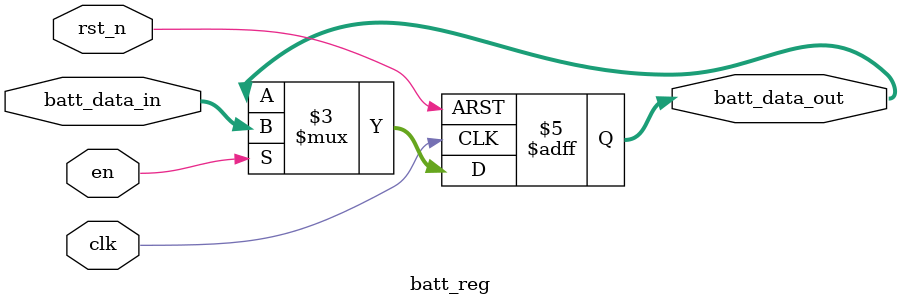
<source format=sv>
module A2D_intf(clk, rst_n, nxt, MISO, lft_ld, rght_ld, batt, a2d_SS_n, SCLK, MOSI);

input clk, rst_n, nxt;
// input from A2D
input MISO;

output [11:0] lft_ld, rght_ld, batt;
// outputs to A2D
output a2d_SS_n, SCLK, MOSI;

wire done, lft_en, rght_en, batt_en;
wire [15:0] rd_data;
wire [2:0] chnl;
wire [1:0] rnd_cnt;

reg wrt, update;
reg [15:0] cmd;

SPI_mstr16 SPI(.clk(clk), .rst_n(rst_n), .wrt(wrt), .cmd(cmd), .MISO(MISO), .SS_n(a2d_SS_n), .SCLK(SCLK), .MOSI(MOSI), .done(done), .rd_data(rd_data));

//ADC128S A2D(.clk(clk), .rst_n(rst_n), .SS_n(a2d_SS_n), .SCLK(SCLK), .MISO(MISO), .MOSI(MOSI));

round_counter rnd_counter(.clk(clk), .rst_n(rst_n), .update(update), .rnd_cnt(rnd_cnt));

assign lft_en = update && (rnd_cnt == 2'b00);
assign rght_en = update && rnd_cnt[0];
assign batt_en = update && rnd_cnt[1];

lft_ld_reg LFT(.clk(clk), .rst_n(rst_n), .en(lft_en), .lft_data_in(rd_data[11:0]), .lft_data_out(lft_ld));
rght_ld_reg RGHT(.clk(clk), .rst_n(rst_n), .en(rght_en), .rght_data_in(rd_data[11:0]), .rght_data_out(rght_ld));
batt_reg BATT(.clk(clk), .rst_n(rst_n), .en(batt_en), .batt_data_in(rd_data[11:0]), .batt_data_out(batt));

enum bit [1:0] {IDLE, SEND_1ST, WAIT_1, SEND_2ND} state, nxt_state;

always @(posedge clk, negedge rst_n)
	if(!rst_n)
		state <= IDLE;
	else
		state <= nxt_state;

// lft_ld read from channel 0
// rght_ld read from channel 4
// batt read from channel 5
assign chnl = (rnd_cnt == 2'b01) ? 3'h4 : (rnd_cnt == 2'b10) ? 3'h5 : 3'h0;
assign cmd = {2'b00, chnl, 11'h000};

always_comb begin
	nxt_state = IDLE;
	wrt = 0;
	update = 0;

	case(state)
	  IDLE : begin
		if(nxt) begin
			nxt_state = SEND_1ST;
			wrt = 1;
		end
	  end
	  SEND_1ST : begin
		if(done)
			nxt_state = WAIT_1;
		else
			nxt_state = SEND_1ST;
	  end
	  WAIT_1 : begin
		nxt_state = SEND_2ND;
		wrt = 1;
	  end
	  SEND_2ND : begin
		if(done) begin
			nxt_state = IDLE;
			update = 1;
		end
		else
			nxt_state = SEND_2ND;
	  end
	endcase

end

endmodule

module round_counter(clk, rst_n, update, rnd_cnt);

input clk, rst_n, update;
output reg [1:0] rnd_cnt;

always @(posedge clk, negedge rst_n)
	if(!rst_n)
		rnd_cnt <= 2'b00;
	else if(update)
		if(rnd_cnt == 2'b10)
			rnd_cnt <= 2'b00;
		else
			rnd_cnt <= rnd_cnt + 1;

endmodule

module lft_ld_reg(clk, rst_n, en, lft_data_in, lft_data_out);

input clk, rst_n, en;
input [11:0] lft_data_in;
output reg [11:0] lft_data_out;

always @(posedge clk, negedge rst_n)
	if(!rst_n)
		lft_data_out <= 0;
	else if(en)
		lft_data_out <= lft_data_in;

endmodule

module rght_ld_reg(clk, rst_n, en, rght_data_in, rght_data_out);

input clk, rst_n, en;
input [11:0] rght_data_in;
output reg [11:0] rght_data_out;

always @(posedge clk, negedge rst_n)
	if(!rst_n)
		rght_data_out <= 0;
	else if(en)
		rght_data_out <= rght_data_in;

endmodule

module batt_reg(clk, rst_n, en, batt_data_in, batt_data_out);

input clk, rst_n, en;
input [11:0] batt_data_in;
output reg [11:0] batt_data_out;

always @(posedge clk, negedge rst_n)
	if(!rst_n)
		batt_data_out <= 0;
	else if(en)
		batt_data_out <= batt_data_in;

endmodule

</source>
